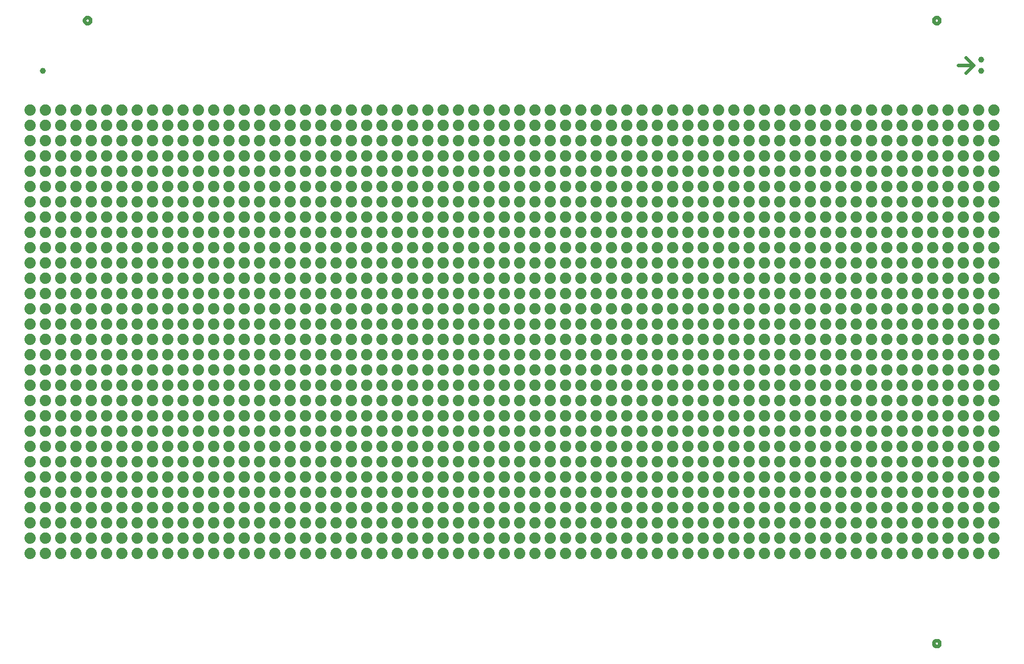
<source format=gtl>
G75*
%MOIN*%
%OFA0B0*%
%FSLAX25Y25*%
%IPPOS*%
%LPD*%
%AMOC8*
5,1,8,0,0,1.08239X$1,22.5*
%
%ADD10C,0.02400*%
%ADD11C,0.03937*%
%ADD12C,0.07400*%
D10*
X0610914Y0008690D02*
X0610916Y0008778D01*
X0610922Y0008866D01*
X0610932Y0008954D01*
X0610946Y0009042D01*
X0610963Y0009128D01*
X0610985Y0009214D01*
X0611010Y0009298D01*
X0611040Y0009382D01*
X0611072Y0009464D01*
X0611109Y0009544D01*
X0611149Y0009623D01*
X0611193Y0009700D01*
X0611240Y0009775D01*
X0611290Y0009847D01*
X0611344Y0009918D01*
X0611400Y0009985D01*
X0611460Y0010051D01*
X0611522Y0010113D01*
X0611588Y0010173D01*
X0611655Y0010229D01*
X0611726Y0010283D01*
X0611798Y0010333D01*
X0611873Y0010380D01*
X0611950Y0010424D01*
X0612029Y0010464D01*
X0612109Y0010501D01*
X0612191Y0010533D01*
X0612275Y0010563D01*
X0612359Y0010588D01*
X0612445Y0010610D01*
X0612531Y0010627D01*
X0612619Y0010641D01*
X0612707Y0010651D01*
X0612795Y0010657D01*
X0612883Y0010659D01*
X0612971Y0010657D01*
X0613059Y0010651D01*
X0613147Y0010641D01*
X0613235Y0010627D01*
X0613321Y0010610D01*
X0613407Y0010588D01*
X0613491Y0010563D01*
X0613575Y0010533D01*
X0613657Y0010501D01*
X0613737Y0010464D01*
X0613816Y0010424D01*
X0613893Y0010380D01*
X0613968Y0010333D01*
X0614040Y0010283D01*
X0614111Y0010229D01*
X0614178Y0010173D01*
X0614244Y0010113D01*
X0614306Y0010051D01*
X0614366Y0009985D01*
X0614422Y0009918D01*
X0614476Y0009847D01*
X0614526Y0009775D01*
X0614573Y0009700D01*
X0614617Y0009623D01*
X0614657Y0009544D01*
X0614694Y0009464D01*
X0614726Y0009382D01*
X0614756Y0009298D01*
X0614781Y0009214D01*
X0614803Y0009128D01*
X0614820Y0009042D01*
X0614834Y0008954D01*
X0614844Y0008866D01*
X0614850Y0008778D01*
X0614852Y0008690D01*
X0614850Y0008602D01*
X0614844Y0008514D01*
X0614834Y0008426D01*
X0614820Y0008338D01*
X0614803Y0008252D01*
X0614781Y0008166D01*
X0614756Y0008082D01*
X0614726Y0007998D01*
X0614694Y0007916D01*
X0614657Y0007836D01*
X0614617Y0007757D01*
X0614573Y0007680D01*
X0614526Y0007605D01*
X0614476Y0007533D01*
X0614422Y0007462D01*
X0614366Y0007395D01*
X0614306Y0007329D01*
X0614244Y0007267D01*
X0614178Y0007207D01*
X0614111Y0007151D01*
X0614040Y0007097D01*
X0613968Y0007047D01*
X0613893Y0007000D01*
X0613816Y0006956D01*
X0613737Y0006916D01*
X0613657Y0006879D01*
X0613575Y0006847D01*
X0613491Y0006817D01*
X0613407Y0006792D01*
X0613321Y0006770D01*
X0613235Y0006753D01*
X0613147Y0006739D01*
X0613059Y0006729D01*
X0612971Y0006723D01*
X0612883Y0006721D01*
X0612795Y0006723D01*
X0612707Y0006729D01*
X0612619Y0006739D01*
X0612531Y0006753D01*
X0612445Y0006770D01*
X0612359Y0006792D01*
X0612275Y0006817D01*
X0612191Y0006847D01*
X0612109Y0006879D01*
X0612029Y0006916D01*
X0611950Y0006956D01*
X0611873Y0007000D01*
X0611798Y0007047D01*
X0611726Y0007097D01*
X0611655Y0007151D01*
X0611588Y0007207D01*
X0611522Y0007267D01*
X0611460Y0007329D01*
X0611400Y0007395D01*
X0611344Y0007462D01*
X0611290Y0007533D01*
X0611240Y0007605D01*
X0611193Y0007680D01*
X0611149Y0007757D01*
X0611109Y0007836D01*
X0611072Y0007916D01*
X0611040Y0007998D01*
X0611010Y0008082D01*
X0610985Y0008166D01*
X0610963Y0008252D01*
X0610946Y0008338D01*
X0610932Y0008426D01*
X0610922Y0008514D01*
X0610916Y0008602D01*
X0610914Y0008690D01*
X0631899Y0381869D02*
X0636899Y0386869D01*
X0631899Y0391869D01*
X0626899Y0386869D02*
X0636899Y0386869D01*
X0610914Y0416170D02*
X0610916Y0416258D01*
X0610922Y0416346D01*
X0610932Y0416434D01*
X0610946Y0416522D01*
X0610963Y0416608D01*
X0610985Y0416694D01*
X0611010Y0416778D01*
X0611040Y0416862D01*
X0611072Y0416944D01*
X0611109Y0417024D01*
X0611149Y0417103D01*
X0611193Y0417180D01*
X0611240Y0417255D01*
X0611290Y0417327D01*
X0611344Y0417398D01*
X0611400Y0417465D01*
X0611460Y0417531D01*
X0611522Y0417593D01*
X0611588Y0417653D01*
X0611655Y0417709D01*
X0611726Y0417763D01*
X0611798Y0417813D01*
X0611873Y0417860D01*
X0611950Y0417904D01*
X0612029Y0417944D01*
X0612109Y0417981D01*
X0612191Y0418013D01*
X0612275Y0418043D01*
X0612359Y0418068D01*
X0612445Y0418090D01*
X0612531Y0418107D01*
X0612619Y0418121D01*
X0612707Y0418131D01*
X0612795Y0418137D01*
X0612883Y0418139D01*
X0612971Y0418137D01*
X0613059Y0418131D01*
X0613147Y0418121D01*
X0613235Y0418107D01*
X0613321Y0418090D01*
X0613407Y0418068D01*
X0613491Y0418043D01*
X0613575Y0418013D01*
X0613657Y0417981D01*
X0613737Y0417944D01*
X0613816Y0417904D01*
X0613893Y0417860D01*
X0613968Y0417813D01*
X0614040Y0417763D01*
X0614111Y0417709D01*
X0614178Y0417653D01*
X0614244Y0417593D01*
X0614306Y0417531D01*
X0614366Y0417465D01*
X0614422Y0417398D01*
X0614476Y0417327D01*
X0614526Y0417255D01*
X0614573Y0417180D01*
X0614617Y0417103D01*
X0614657Y0417024D01*
X0614694Y0416944D01*
X0614726Y0416862D01*
X0614756Y0416778D01*
X0614781Y0416694D01*
X0614803Y0416608D01*
X0614820Y0416522D01*
X0614834Y0416434D01*
X0614844Y0416346D01*
X0614850Y0416258D01*
X0614852Y0416170D01*
X0614850Y0416082D01*
X0614844Y0415994D01*
X0614834Y0415906D01*
X0614820Y0415818D01*
X0614803Y0415732D01*
X0614781Y0415646D01*
X0614756Y0415562D01*
X0614726Y0415478D01*
X0614694Y0415396D01*
X0614657Y0415316D01*
X0614617Y0415237D01*
X0614573Y0415160D01*
X0614526Y0415085D01*
X0614476Y0415013D01*
X0614422Y0414942D01*
X0614366Y0414875D01*
X0614306Y0414809D01*
X0614244Y0414747D01*
X0614178Y0414687D01*
X0614111Y0414631D01*
X0614040Y0414577D01*
X0613968Y0414527D01*
X0613893Y0414480D01*
X0613816Y0414436D01*
X0613737Y0414396D01*
X0613657Y0414359D01*
X0613575Y0414327D01*
X0613491Y0414297D01*
X0613407Y0414272D01*
X0613321Y0414250D01*
X0613235Y0414233D01*
X0613147Y0414219D01*
X0613059Y0414209D01*
X0612971Y0414203D01*
X0612883Y0414201D01*
X0612795Y0414203D01*
X0612707Y0414209D01*
X0612619Y0414219D01*
X0612531Y0414233D01*
X0612445Y0414250D01*
X0612359Y0414272D01*
X0612275Y0414297D01*
X0612191Y0414327D01*
X0612109Y0414359D01*
X0612029Y0414396D01*
X0611950Y0414436D01*
X0611873Y0414480D01*
X0611798Y0414527D01*
X0611726Y0414577D01*
X0611655Y0414631D01*
X0611588Y0414687D01*
X0611522Y0414747D01*
X0611460Y0414809D01*
X0611400Y0414875D01*
X0611344Y0414942D01*
X0611290Y0415013D01*
X0611240Y0415085D01*
X0611193Y0415160D01*
X0611149Y0415237D01*
X0611109Y0415316D01*
X0611072Y0415396D01*
X0611040Y0415478D01*
X0611010Y0415562D01*
X0610985Y0415646D01*
X0610963Y0415732D01*
X0610946Y0415818D01*
X0610932Y0415906D01*
X0610922Y0415994D01*
X0610916Y0416082D01*
X0610914Y0416170D01*
X0055796Y0416170D02*
X0055798Y0416258D01*
X0055804Y0416346D01*
X0055814Y0416434D01*
X0055828Y0416522D01*
X0055845Y0416608D01*
X0055867Y0416694D01*
X0055892Y0416778D01*
X0055922Y0416862D01*
X0055954Y0416944D01*
X0055991Y0417024D01*
X0056031Y0417103D01*
X0056075Y0417180D01*
X0056122Y0417255D01*
X0056172Y0417327D01*
X0056226Y0417398D01*
X0056282Y0417465D01*
X0056342Y0417531D01*
X0056404Y0417593D01*
X0056470Y0417653D01*
X0056537Y0417709D01*
X0056608Y0417763D01*
X0056680Y0417813D01*
X0056755Y0417860D01*
X0056832Y0417904D01*
X0056911Y0417944D01*
X0056991Y0417981D01*
X0057073Y0418013D01*
X0057157Y0418043D01*
X0057241Y0418068D01*
X0057327Y0418090D01*
X0057413Y0418107D01*
X0057501Y0418121D01*
X0057589Y0418131D01*
X0057677Y0418137D01*
X0057765Y0418139D01*
X0057853Y0418137D01*
X0057941Y0418131D01*
X0058029Y0418121D01*
X0058117Y0418107D01*
X0058203Y0418090D01*
X0058289Y0418068D01*
X0058373Y0418043D01*
X0058457Y0418013D01*
X0058539Y0417981D01*
X0058619Y0417944D01*
X0058698Y0417904D01*
X0058775Y0417860D01*
X0058850Y0417813D01*
X0058922Y0417763D01*
X0058993Y0417709D01*
X0059060Y0417653D01*
X0059126Y0417593D01*
X0059188Y0417531D01*
X0059248Y0417465D01*
X0059304Y0417398D01*
X0059358Y0417327D01*
X0059408Y0417255D01*
X0059455Y0417180D01*
X0059499Y0417103D01*
X0059539Y0417024D01*
X0059576Y0416944D01*
X0059608Y0416862D01*
X0059638Y0416778D01*
X0059663Y0416694D01*
X0059685Y0416608D01*
X0059702Y0416522D01*
X0059716Y0416434D01*
X0059726Y0416346D01*
X0059732Y0416258D01*
X0059734Y0416170D01*
X0059732Y0416082D01*
X0059726Y0415994D01*
X0059716Y0415906D01*
X0059702Y0415818D01*
X0059685Y0415732D01*
X0059663Y0415646D01*
X0059638Y0415562D01*
X0059608Y0415478D01*
X0059576Y0415396D01*
X0059539Y0415316D01*
X0059499Y0415237D01*
X0059455Y0415160D01*
X0059408Y0415085D01*
X0059358Y0415013D01*
X0059304Y0414942D01*
X0059248Y0414875D01*
X0059188Y0414809D01*
X0059126Y0414747D01*
X0059060Y0414687D01*
X0058993Y0414631D01*
X0058922Y0414577D01*
X0058850Y0414527D01*
X0058775Y0414480D01*
X0058698Y0414436D01*
X0058619Y0414396D01*
X0058539Y0414359D01*
X0058457Y0414327D01*
X0058373Y0414297D01*
X0058289Y0414272D01*
X0058203Y0414250D01*
X0058117Y0414233D01*
X0058029Y0414219D01*
X0057941Y0414209D01*
X0057853Y0414203D01*
X0057765Y0414201D01*
X0057677Y0414203D01*
X0057589Y0414209D01*
X0057501Y0414219D01*
X0057413Y0414233D01*
X0057327Y0414250D01*
X0057241Y0414272D01*
X0057157Y0414297D01*
X0057073Y0414327D01*
X0056991Y0414359D01*
X0056911Y0414396D01*
X0056832Y0414436D01*
X0056755Y0414480D01*
X0056680Y0414527D01*
X0056608Y0414577D01*
X0056537Y0414631D01*
X0056470Y0414687D01*
X0056404Y0414747D01*
X0056342Y0414809D01*
X0056282Y0414875D01*
X0056226Y0414942D01*
X0056172Y0415013D01*
X0056122Y0415085D01*
X0056075Y0415160D01*
X0056031Y0415237D01*
X0055991Y0415316D01*
X0055954Y0415396D01*
X0055922Y0415478D01*
X0055892Y0415562D01*
X0055867Y0415646D01*
X0055845Y0415732D01*
X0055828Y0415818D01*
X0055814Y0415906D01*
X0055804Y0415994D01*
X0055798Y0416082D01*
X0055796Y0416170D01*
D11*
X0028750Y0383119D03*
X0641899Y0383119D03*
X0641899Y0390619D03*
D12*
X0020324Y0067430D03*
X0030324Y0067430D03*
X0040324Y0067430D03*
X0050324Y0067430D03*
X0060324Y0067430D03*
X0070324Y0067430D03*
X0080324Y0067430D03*
X0090324Y0067430D03*
X0100324Y0067430D03*
X0110324Y0067430D03*
X0120324Y0067430D03*
X0130324Y0067430D03*
X0140324Y0067430D03*
X0150324Y0067430D03*
X0160324Y0067430D03*
X0170324Y0067430D03*
X0180324Y0067430D03*
X0190324Y0067430D03*
X0200324Y0067430D03*
X0210324Y0067430D03*
X0220324Y0067430D03*
X0230324Y0067430D03*
X0240324Y0067430D03*
X0250324Y0067430D03*
X0260324Y0067430D03*
X0270324Y0067430D03*
X0280324Y0067430D03*
X0290324Y0067430D03*
X0300324Y0067430D03*
X0310324Y0067430D03*
X0320324Y0067430D03*
X0330324Y0067430D03*
X0340324Y0067430D03*
X0350324Y0067430D03*
X0360324Y0067430D03*
X0370324Y0067430D03*
X0380324Y0067430D03*
X0390324Y0067430D03*
X0400324Y0067430D03*
X0410324Y0067430D03*
X0420324Y0067430D03*
X0430324Y0067430D03*
X0440324Y0067430D03*
X0450324Y0067430D03*
X0460324Y0067430D03*
X0470324Y0067430D03*
X0480324Y0067430D03*
X0490324Y0067430D03*
X0500324Y0067430D03*
X0510324Y0067430D03*
X0520324Y0067430D03*
X0530324Y0067430D03*
X0540324Y0067430D03*
X0550324Y0067430D03*
X0560324Y0067430D03*
X0570324Y0067430D03*
X0580324Y0067430D03*
X0590324Y0067430D03*
X0600324Y0067430D03*
X0610324Y0067430D03*
X0620324Y0067430D03*
X0630324Y0067430D03*
X0640324Y0067430D03*
X0650324Y0067430D03*
X0650324Y0077430D03*
X0640324Y0077430D03*
X0630324Y0077430D03*
X0620324Y0077430D03*
X0610324Y0077430D03*
X0600324Y0077430D03*
X0590324Y0077430D03*
X0580324Y0077430D03*
X0570324Y0077430D03*
X0560324Y0077430D03*
X0550324Y0077430D03*
X0540324Y0077430D03*
X0530324Y0077430D03*
X0520324Y0077430D03*
X0510324Y0077430D03*
X0500324Y0077430D03*
X0490324Y0077430D03*
X0480324Y0077430D03*
X0470324Y0077430D03*
X0460324Y0077430D03*
X0450324Y0077430D03*
X0440324Y0077430D03*
X0430324Y0077430D03*
X0420324Y0077430D03*
X0410324Y0077430D03*
X0400324Y0077430D03*
X0390324Y0077430D03*
X0380324Y0077430D03*
X0370324Y0077430D03*
X0360324Y0077430D03*
X0350324Y0077430D03*
X0340324Y0077430D03*
X0330324Y0077430D03*
X0320324Y0077430D03*
X0310324Y0077430D03*
X0300324Y0077430D03*
X0290324Y0077430D03*
X0280324Y0077430D03*
X0270324Y0077430D03*
X0260324Y0077430D03*
X0250324Y0077430D03*
X0240324Y0077430D03*
X0230324Y0077430D03*
X0220324Y0077430D03*
X0210324Y0077430D03*
X0200324Y0077430D03*
X0190324Y0077430D03*
X0180324Y0077430D03*
X0170324Y0077430D03*
X0160324Y0077430D03*
X0150324Y0077430D03*
X0140324Y0077430D03*
X0130324Y0077430D03*
X0120324Y0077430D03*
X0110324Y0077430D03*
X0100324Y0077430D03*
X0090324Y0077430D03*
X0080324Y0077430D03*
X0070324Y0077430D03*
X0060324Y0077430D03*
X0050324Y0077430D03*
X0040324Y0077430D03*
X0030324Y0077430D03*
X0020324Y0077430D03*
X0020324Y0087430D03*
X0030324Y0087430D03*
X0030324Y0097430D03*
X0020324Y0097430D03*
X0020324Y0107430D03*
X0030324Y0107430D03*
X0030324Y0117430D03*
X0020324Y0117430D03*
X0020324Y0127430D03*
X0030324Y0127430D03*
X0040324Y0127430D03*
X0050324Y0127430D03*
X0050324Y0117430D03*
X0040324Y0117430D03*
X0040324Y0107430D03*
X0050324Y0107430D03*
X0060324Y0107430D03*
X0070324Y0107430D03*
X0080324Y0107430D03*
X0080324Y0117430D03*
X0070324Y0117430D03*
X0060324Y0117430D03*
X0060324Y0127430D03*
X0070324Y0127430D03*
X0080324Y0127430D03*
X0090324Y0127430D03*
X0100324Y0127430D03*
X0100324Y0117430D03*
X0090324Y0117430D03*
X0090324Y0107430D03*
X0100324Y0107430D03*
X0110324Y0107430D03*
X0120324Y0107430D03*
X0120324Y0117430D03*
X0110324Y0117430D03*
X0110324Y0127430D03*
X0120324Y0127430D03*
X0130324Y0127430D03*
X0140324Y0127430D03*
X0140324Y0117430D03*
X0130324Y0117430D03*
X0130324Y0107430D03*
X0140324Y0107430D03*
X0150324Y0107430D03*
X0160324Y0107430D03*
X0160324Y0117430D03*
X0150324Y0117430D03*
X0150324Y0127430D03*
X0160324Y0127430D03*
X0170324Y0127430D03*
X0180324Y0127430D03*
X0180324Y0117430D03*
X0170324Y0117430D03*
X0170324Y0107430D03*
X0180324Y0107430D03*
X0190324Y0107430D03*
X0200324Y0107430D03*
X0200324Y0117430D03*
X0190324Y0117430D03*
X0190324Y0127430D03*
X0200324Y0127430D03*
X0210324Y0127430D03*
X0220324Y0127430D03*
X0220324Y0117430D03*
X0210324Y0117430D03*
X0210324Y0107430D03*
X0220324Y0107430D03*
X0230324Y0107430D03*
X0240324Y0107430D03*
X0240324Y0117430D03*
X0230324Y0117430D03*
X0230324Y0127430D03*
X0240324Y0127430D03*
X0250324Y0127430D03*
X0260324Y0127430D03*
X0260324Y0117430D03*
X0250324Y0117430D03*
X0250324Y0107430D03*
X0260324Y0107430D03*
X0270324Y0107430D03*
X0280324Y0107430D03*
X0280324Y0117430D03*
X0270324Y0117430D03*
X0270324Y0127430D03*
X0280324Y0127430D03*
X0290324Y0127430D03*
X0300324Y0127430D03*
X0300324Y0117430D03*
X0290324Y0117430D03*
X0290324Y0107430D03*
X0300324Y0107430D03*
X0310324Y0107430D03*
X0320324Y0107430D03*
X0320324Y0117430D03*
X0310324Y0117430D03*
X0310324Y0127430D03*
X0320324Y0127430D03*
X0330324Y0127430D03*
X0340324Y0127430D03*
X0340324Y0117430D03*
X0330324Y0117430D03*
X0330324Y0107430D03*
X0340324Y0107430D03*
X0350324Y0107430D03*
X0360324Y0107430D03*
X0360324Y0117430D03*
X0350324Y0117430D03*
X0350324Y0127430D03*
X0360324Y0127430D03*
X0370324Y0127430D03*
X0380324Y0127430D03*
X0380324Y0117430D03*
X0370324Y0117430D03*
X0370324Y0107430D03*
X0380324Y0107430D03*
X0390324Y0107430D03*
X0400324Y0107430D03*
X0400324Y0117430D03*
X0390324Y0117430D03*
X0390324Y0127430D03*
X0400324Y0127430D03*
X0410324Y0127430D03*
X0420324Y0127430D03*
X0420324Y0117430D03*
X0410324Y0117430D03*
X0410324Y0107430D03*
X0420324Y0107430D03*
X0430324Y0107430D03*
X0440324Y0107430D03*
X0440324Y0117430D03*
X0430324Y0117430D03*
X0430324Y0127430D03*
X0440324Y0127430D03*
X0450324Y0127430D03*
X0460324Y0127430D03*
X0460324Y0117430D03*
X0450324Y0117430D03*
X0450324Y0107430D03*
X0460324Y0107430D03*
X0470324Y0107430D03*
X0480324Y0107430D03*
X0480324Y0117430D03*
X0470324Y0117430D03*
X0470324Y0127430D03*
X0480324Y0127430D03*
X0490324Y0127430D03*
X0500324Y0127430D03*
X0500324Y0117430D03*
X0490324Y0117430D03*
X0490324Y0107430D03*
X0500324Y0107430D03*
X0510324Y0107430D03*
X0520324Y0107430D03*
X0520324Y0117430D03*
X0510324Y0117430D03*
X0510324Y0127430D03*
X0520324Y0127430D03*
X0530324Y0127430D03*
X0540324Y0127430D03*
X0540324Y0117430D03*
X0530324Y0117430D03*
X0530324Y0107430D03*
X0540324Y0107430D03*
X0550324Y0107430D03*
X0560324Y0107430D03*
X0560324Y0117430D03*
X0550324Y0117430D03*
X0550324Y0127430D03*
X0560324Y0127430D03*
X0570324Y0127430D03*
X0580324Y0127430D03*
X0580324Y0117430D03*
X0570324Y0117430D03*
X0570324Y0107430D03*
X0580324Y0107430D03*
X0590324Y0107430D03*
X0600324Y0107430D03*
X0600324Y0117430D03*
X0590324Y0117430D03*
X0590324Y0127430D03*
X0600324Y0127430D03*
X0610324Y0127430D03*
X0620324Y0127430D03*
X0620324Y0117430D03*
X0610324Y0117430D03*
X0610324Y0107430D03*
X0620324Y0107430D03*
X0630324Y0107430D03*
X0640324Y0107430D03*
X0640324Y0117430D03*
X0630324Y0117430D03*
X0630324Y0127430D03*
X0640324Y0127430D03*
X0650324Y0127430D03*
X0650324Y0117430D03*
X0650324Y0107430D03*
X0650324Y0097430D03*
X0640324Y0097430D03*
X0630324Y0097430D03*
X0620324Y0097430D03*
X0610324Y0097430D03*
X0600324Y0097430D03*
X0590324Y0097430D03*
X0580324Y0097430D03*
X0570324Y0097430D03*
X0560324Y0097430D03*
X0550324Y0097430D03*
X0540324Y0097430D03*
X0530324Y0097430D03*
X0520324Y0097430D03*
X0510324Y0097430D03*
X0500324Y0097430D03*
X0490324Y0097430D03*
X0480324Y0097430D03*
X0470324Y0097430D03*
X0460324Y0097430D03*
X0450324Y0097430D03*
X0440324Y0097430D03*
X0430324Y0097430D03*
X0420324Y0097430D03*
X0410324Y0097430D03*
X0400324Y0097430D03*
X0390324Y0097430D03*
X0380324Y0097430D03*
X0370324Y0097430D03*
X0360324Y0097430D03*
X0350324Y0097430D03*
X0340324Y0097430D03*
X0330324Y0097430D03*
X0320324Y0097430D03*
X0310324Y0097430D03*
X0300324Y0097430D03*
X0290324Y0097430D03*
X0280324Y0097430D03*
X0270324Y0097430D03*
X0260324Y0097430D03*
X0250324Y0097430D03*
X0240324Y0097430D03*
X0230324Y0097430D03*
X0220324Y0097430D03*
X0210324Y0097430D03*
X0200324Y0097430D03*
X0190324Y0097430D03*
X0180324Y0097430D03*
X0170324Y0097430D03*
X0160324Y0097430D03*
X0150324Y0097430D03*
X0140324Y0097430D03*
X0130324Y0097430D03*
X0120324Y0097430D03*
X0110324Y0097430D03*
X0100324Y0097430D03*
X0090324Y0097430D03*
X0080324Y0097430D03*
X0070324Y0097430D03*
X0060324Y0097430D03*
X0050324Y0097430D03*
X0040324Y0097430D03*
X0040324Y0087430D03*
X0050324Y0087430D03*
X0060324Y0087430D03*
X0070324Y0087430D03*
X0080324Y0087430D03*
X0090324Y0087430D03*
X0100324Y0087430D03*
X0110324Y0087430D03*
X0120324Y0087430D03*
X0130324Y0087430D03*
X0140324Y0087430D03*
X0150324Y0087430D03*
X0160324Y0087430D03*
X0170324Y0087430D03*
X0180324Y0087430D03*
X0190324Y0087430D03*
X0200324Y0087430D03*
X0210324Y0087430D03*
X0220324Y0087430D03*
X0230324Y0087430D03*
X0240324Y0087430D03*
X0250324Y0087430D03*
X0260324Y0087430D03*
X0270324Y0087430D03*
X0280324Y0087430D03*
X0290324Y0087430D03*
X0300324Y0087430D03*
X0310324Y0087430D03*
X0320324Y0087430D03*
X0330324Y0087430D03*
X0340324Y0087430D03*
X0350324Y0087430D03*
X0360324Y0087430D03*
X0370324Y0087430D03*
X0380324Y0087430D03*
X0390324Y0087430D03*
X0400324Y0087430D03*
X0410324Y0087430D03*
X0420324Y0087430D03*
X0430324Y0087430D03*
X0440324Y0087430D03*
X0450324Y0087430D03*
X0460324Y0087430D03*
X0470324Y0087430D03*
X0480324Y0087430D03*
X0490324Y0087430D03*
X0500324Y0087430D03*
X0510324Y0087430D03*
X0520324Y0087430D03*
X0530324Y0087430D03*
X0540324Y0087430D03*
X0550324Y0087430D03*
X0560324Y0087430D03*
X0570324Y0087430D03*
X0580324Y0087430D03*
X0590324Y0087430D03*
X0600324Y0087430D03*
X0610324Y0087430D03*
X0620324Y0087430D03*
X0630324Y0087430D03*
X0640324Y0087430D03*
X0650324Y0087430D03*
X0650324Y0137430D03*
X0640324Y0137430D03*
X0630324Y0137430D03*
X0620324Y0137430D03*
X0610324Y0137430D03*
X0600324Y0137430D03*
X0590324Y0137430D03*
X0580324Y0137430D03*
X0570324Y0137430D03*
X0560324Y0137430D03*
X0550324Y0137430D03*
X0540324Y0137430D03*
X0530324Y0137430D03*
X0520324Y0137430D03*
X0510324Y0137430D03*
X0500324Y0137430D03*
X0490324Y0137430D03*
X0480324Y0137430D03*
X0470324Y0137430D03*
X0460324Y0137430D03*
X0450324Y0137430D03*
X0440324Y0137430D03*
X0430324Y0137430D03*
X0420324Y0137430D03*
X0410324Y0137430D03*
X0400324Y0137430D03*
X0390324Y0137430D03*
X0380324Y0137430D03*
X0370324Y0137430D03*
X0360324Y0137430D03*
X0350324Y0137430D03*
X0340324Y0137430D03*
X0330324Y0137430D03*
X0320324Y0137430D03*
X0310324Y0137430D03*
X0300324Y0137430D03*
X0290324Y0137430D03*
X0280324Y0137430D03*
X0270324Y0137430D03*
X0260324Y0137430D03*
X0250324Y0137430D03*
X0240324Y0137430D03*
X0230324Y0137430D03*
X0220324Y0137430D03*
X0210324Y0137430D03*
X0200324Y0137430D03*
X0190324Y0137430D03*
X0180324Y0137430D03*
X0170324Y0137430D03*
X0160324Y0137430D03*
X0150324Y0137430D03*
X0140324Y0137430D03*
X0130324Y0137430D03*
X0120324Y0137430D03*
X0110324Y0137430D03*
X0100324Y0137430D03*
X0090324Y0137430D03*
X0080324Y0137430D03*
X0070324Y0137430D03*
X0060324Y0137430D03*
X0050324Y0137430D03*
X0040324Y0137430D03*
X0030324Y0137430D03*
X0020324Y0137430D03*
X0020324Y0147430D03*
X0030324Y0147430D03*
X0040324Y0147430D03*
X0050324Y0147430D03*
X0060324Y0147430D03*
X0070324Y0147430D03*
X0080324Y0147430D03*
X0090324Y0147430D03*
X0100324Y0147430D03*
X0110324Y0147430D03*
X0120324Y0147430D03*
X0130324Y0147430D03*
X0140324Y0147430D03*
X0150324Y0147430D03*
X0160324Y0147430D03*
X0170324Y0147430D03*
X0180324Y0147430D03*
X0190324Y0147430D03*
X0200324Y0147430D03*
X0210324Y0147430D03*
X0220324Y0147430D03*
X0230324Y0147430D03*
X0240324Y0147430D03*
X0250324Y0147430D03*
X0260324Y0147430D03*
X0270324Y0147430D03*
X0280324Y0147430D03*
X0290324Y0147430D03*
X0300324Y0147430D03*
X0310324Y0147430D03*
X0320324Y0147430D03*
X0330324Y0147430D03*
X0340324Y0147430D03*
X0350324Y0147430D03*
X0360324Y0147430D03*
X0370324Y0147430D03*
X0380324Y0147430D03*
X0390324Y0147430D03*
X0400324Y0147430D03*
X0410324Y0147430D03*
X0420324Y0147430D03*
X0430324Y0147430D03*
X0440324Y0147430D03*
X0450324Y0147430D03*
X0460324Y0147430D03*
X0470324Y0147430D03*
X0480324Y0147430D03*
X0490324Y0147430D03*
X0500324Y0147430D03*
X0510324Y0147430D03*
X0520324Y0147430D03*
X0530324Y0147430D03*
X0540324Y0147430D03*
X0550324Y0147430D03*
X0560324Y0147430D03*
X0570324Y0147430D03*
X0580324Y0147430D03*
X0590324Y0147430D03*
X0600324Y0147430D03*
X0610324Y0147430D03*
X0620324Y0147430D03*
X0630324Y0147430D03*
X0640324Y0147430D03*
X0650324Y0147430D03*
X0650324Y0157430D03*
X0640324Y0157430D03*
X0630324Y0157430D03*
X0620324Y0157430D03*
X0610324Y0157430D03*
X0600324Y0157430D03*
X0590324Y0157430D03*
X0580324Y0157430D03*
X0570324Y0157430D03*
X0560324Y0157430D03*
X0550324Y0157430D03*
X0540324Y0157430D03*
X0530324Y0157430D03*
X0520324Y0157430D03*
X0510324Y0157430D03*
X0500324Y0157430D03*
X0490324Y0157430D03*
X0480324Y0157430D03*
X0470324Y0157430D03*
X0460324Y0157430D03*
X0450324Y0157430D03*
X0440324Y0157430D03*
X0430324Y0157430D03*
X0420324Y0157430D03*
X0410324Y0157430D03*
X0400324Y0157430D03*
X0390324Y0157430D03*
X0380324Y0157430D03*
X0370324Y0157430D03*
X0360324Y0157430D03*
X0350324Y0157430D03*
X0340324Y0157430D03*
X0330324Y0157430D03*
X0320324Y0157430D03*
X0310324Y0157430D03*
X0300324Y0157430D03*
X0290324Y0157430D03*
X0280324Y0157430D03*
X0270324Y0157430D03*
X0260324Y0157430D03*
X0250324Y0157430D03*
X0240324Y0157430D03*
X0230324Y0157430D03*
X0220324Y0157430D03*
X0210324Y0157430D03*
X0200324Y0157430D03*
X0190324Y0157430D03*
X0180324Y0157430D03*
X0170324Y0157430D03*
X0160324Y0157430D03*
X0150324Y0157430D03*
X0140324Y0157430D03*
X0130324Y0157430D03*
X0120324Y0157430D03*
X0110324Y0157430D03*
X0100324Y0157430D03*
X0090324Y0157430D03*
X0080324Y0157430D03*
X0070324Y0157430D03*
X0060324Y0157430D03*
X0050324Y0157430D03*
X0040324Y0157430D03*
X0030324Y0157430D03*
X0020324Y0157430D03*
X0020324Y0167430D03*
X0030324Y0167430D03*
X0030324Y0177430D03*
X0020324Y0177430D03*
X0020324Y0187430D03*
X0030324Y0187430D03*
X0030324Y0197430D03*
X0020324Y0197430D03*
X0020324Y0207430D03*
X0030324Y0207430D03*
X0040324Y0207430D03*
X0050324Y0207430D03*
X0050324Y0197430D03*
X0040324Y0197430D03*
X0040324Y0187430D03*
X0050324Y0187430D03*
X0060324Y0187430D03*
X0070324Y0187430D03*
X0080324Y0187430D03*
X0080324Y0197430D03*
X0070324Y0197430D03*
X0060324Y0197430D03*
X0060324Y0207430D03*
X0070324Y0207430D03*
X0080324Y0207430D03*
X0090324Y0207430D03*
X0100324Y0207430D03*
X0100324Y0197430D03*
X0090324Y0197430D03*
X0090324Y0187430D03*
X0100324Y0187430D03*
X0110324Y0187430D03*
X0120324Y0187430D03*
X0120324Y0197430D03*
X0110324Y0197430D03*
X0110324Y0207430D03*
X0120324Y0207430D03*
X0130324Y0207430D03*
X0140324Y0207430D03*
X0140324Y0197430D03*
X0130324Y0197430D03*
X0130324Y0187430D03*
X0140324Y0187430D03*
X0150324Y0187430D03*
X0160324Y0187430D03*
X0160324Y0197430D03*
X0150324Y0197430D03*
X0150324Y0207430D03*
X0160324Y0207430D03*
X0170324Y0207430D03*
X0180324Y0207430D03*
X0180324Y0197430D03*
X0170324Y0197430D03*
X0170324Y0187430D03*
X0180324Y0187430D03*
X0190324Y0187430D03*
X0200324Y0187430D03*
X0200324Y0197430D03*
X0190324Y0197430D03*
X0190324Y0207430D03*
X0200324Y0207430D03*
X0210324Y0207430D03*
X0220324Y0207430D03*
X0220324Y0197430D03*
X0210324Y0197430D03*
X0210324Y0187430D03*
X0220324Y0187430D03*
X0230324Y0187430D03*
X0240324Y0187430D03*
X0240324Y0197430D03*
X0230324Y0197430D03*
X0230324Y0207430D03*
X0240324Y0207430D03*
X0250324Y0207430D03*
X0260324Y0207430D03*
X0260324Y0197430D03*
X0250324Y0197430D03*
X0250324Y0187430D03*
X0260324Y0187430D03*
X0270324Y0187430D03*
X0280324Y0187430D03*
X0280324Y0197430D03*
X0270324Y0197430D03*
X0270324Y0207430D03*
X0280324Y0207430D03*
X0290324Y0207430D03*
X0300324Y0207430D03*
X0300324Y0197430D03*
X0290324Y0197430D03*
X0290324Y0187430D03*
X0300324Y0187430D03*
X0310324Y0187430D03*
X0320324Y0187430D03*
X0320324Y0197430D03*
X0310324Y0197430D03*
X0310324Y0207430D03*
X0320324Y0207430D03*
X0330324Y0207430D03*
X0340324Y0207430D03*
X0340324Y0197430D03*
X0330324Y0197430D03*
X0330324Y0187430D03*
X0340324Y0187430D03*
X0350324Y0187430D03*
X0360324Y0187430D03*
X0360324Y0197430D03*
X0350324Y0197430D03*
X0350324Y0207430D03*
X0360324Y0207430D03*
X0370324Y0207430D03*
X0380324Y0207430D03*
X0380324Y0197430D03*
X0370324Y0197430D03*
X0370324Y0187430D03*
X0380324Y0187430D03*
X0390324Y0187430D03*
X0400324Y0187430D03*
X0400324Y0197430D03*
X0390324Y0197430D03*
X0390324Y0207430D03*
X0400324Y0207430D03*
X0410324Y0207430D03*
X0420324Y0207430D03*
X0420324Y0197430D03*
X0410324Y0197430D03*
X0410324Y0187430D03*
X0420324Y0187430D03*
X0430324Y0187430D03*
X0440324Y0187430D03*
X0440324Y0197430D03*
X0430324Y0197430D03*
X0430324Y0207430D03*
X0440324Y0207430D03*
X0450324Y0207430D03*
X0460324Y0207430D03*
X0460324Y0197430D03*
X0450324Y0197430D03*
X0450324Y0187430D03*
X0460324Y0187430D03*
X0470324Y0187430D03*
X0480324Y0187430D03*
X0480324Y0197430D03*
X0470324Y0197430D03*
X0470324Y0207430D03*
X0480324Y0207430D03*
X0490324Y0207430D03*
X0500324Y0207430D03*
X0500324Y0197430D03*
X0490324Y0197430D03*
X0490324Y0187430D03*
X0500324Y0187430D03*
X0510324Y0187430D03*
X0520324Y0187430D03*
X0520324Y0197430D03*
X0510324Y0197430D03*
X0510324Y0207430D03*
X0520324Y0207430D03*
X0530324Y0207430D03*
X0540324Y0207430D03*
X0540324Y0197430D03*
X0530324Y0197430D03*
X0530324Y0187430D03*
X0540324Y0187430D03*
X0550324Y0187430D03*
X0560324Y0187430D03*
X0560324Y0197430D03*
X0550324Y0197430D03*
X0550324Y0207430D03*
X0560324Y0207430D03*
X0570324Y0207430D03*
X0580324Y0207430D03*
X0580324Y0197430D03*
X0570324Y0197430D03*
X0570324Y0187430D03*
X0580324Y0187430D03*
X0590324Y0187430D03*
X0600324Y0187430D03*
X0600324Y0197430D03*
X0590324Y0197430D03*
X0590324Y0207430D03*
X0600324Y0207430D03*
X0610324Y0207430D03*
X0620324Y0207430D03*
X0620324Y0197430D03*
X0610324Y0197430D03*
X0610324Y0187430D03*
X0620324Y0187430D03*
X0630324Y0187430D03*
X0640324Y0187430D03*
X0640324Y0197430D03*
X0630324Y0197430D03*
X0630324Y0207430D03*
X0640324Y0207430D03*
X0650324Y0207430D03*
X0650324Y0197430D03*
X0650324Y0187430D03*
X0650324Y0177430D03*
X0640324Y0177430D03*
X0630324Y0177430D03*
X0620324Y0177430D03*
X0610324Y0177430D03*
X0600324Y0177430D03*
X0590324Y0177430D03*
X0580324Y0177430D03*
X0570324Y0177430D03*
X0560324Y0177430D03*
X0550324Y0177430D03*
X0540324Y0177430D03*
X0530324Y0177430D03*
X0520324Y0177430D03*
X0510324Y0177430D03*
X0500324Y0177430D03*
X0490324Y0177430D03*
X0480324Y0177430D03*
X0470324Y0177430D03*
X0460324Y0177430D03*
X0450324Y0177430D03*
X0440324Y0177430D03*
X0430324Y0177430D03*
X0420324Y0177430D03*
X0410324Y0177430D03*
X0400324Y0177430D03*
X0390324Y0177430D03*
X0380324Y0177430D03*
X0370324Y0177430D03*
X0360324Y0177430D03*
X0350324Y0177430D03*
X0340324Y0177430D03*
X0330324Y0177430D03*
X0320324Y0177430D03*
X0310324Y0177430D03*
X0300324Y0177430D03*
X0290324Y0177430D03*
X0280324Y0177430D03*
X0270324Y0177430D03*
X0260324Y0177430D03*
X0250324Y0177430D03*
X0240324Y0177430D03*
X0230324Y0177430D03*
X0220324Y0177430D03*
X0210324Y0177430D03*
X0200324Y0177430D03*
X0190324Y0177430D03*
X0180324Y0177430D03*
X0170324Y0177430D03*
X0160324Y0177430D03*
X0150324Y0177430D03*
X0140324Y0177430D03*
X0130324Y0177430D03*
X0120324Y0177430D03*
X0110324Y0177430D03*
X0100324Y0177430D03*
X0090324Y0177430D03*
X0080324Y0177430D03*
X0070324Y0177430D03*
X0060324Y0177430D03*
X0050324Y0177430D03*
X0040324Y0177430D03*
X0040324Y0167430D03*
X0050324Y0167430D03*
X0060324Y0167430D03*
X0070324Y0167430D03*
X0080324Y0167430D03*
X0090324Y0167430D03*
X0100324Y0167430D03*
X0110324Y0167430D03*
X0120324Y0167430D03*
X0130324Y0167430D03*
X0140324Y0167430D03*
X0150324Y0167430D03*
X0160324Y0167430D03*
X0170324Y0167430D03*
X0180324Y0167430D03*
X0190324Y0167430D03*
X0200324Y0167430D03*
X0210324Y0167430D03*
X0220324Y0167430D03*
X0230324Y0167430D03*
X0240324Y0167430D03*
X0250324Y0167430D03*
X0260324Y0167430D03*
X0270324Y0167430D03*
X0280324Y0167430D03*
X0290324Y0167430D03*
X0300324Y0167430D03*
X0310324Y0167430D03*
X0320324Y0167430D03*
X0330324Y0167430D03*
X0340324Y0167430D03*
X0350324Y0167430D03*
X0360324Y0167430D03*
X0370324Y0167430D03*
X0380324Y0167430D03*
X0390324Y0167430D03*
X0400324Y0167430D03*
X0410324Y0167430D03*
X0420324Y0167430D03*
X0430324Y0167430D03*
X0440324Y0167430D03*
X0450324Y0167430D03*
X0460324Y0167430D03*
X0470324Y0167430D03*
X0480324Y0167430D03*
X0490324Y0167430D03*
X0500324Y0167430D03*
X0510324Y0167430D03*
X0520324Y0167430D03*
X0530324Y0167430D03*
X0540324Y0167430D03*
X0550324Y0167430D03*
X0560324Y0167430D03*
X0570324Y0167430D03*
X0580324Y0167430D03*
X0590324Y0167430D03*
X0600324Y0167430D03*
X0610324Y0167430D03*
X0620324Y0167430D03*
X0630324Y0167430D03*
X0640324Y0167430D03*
X0650324Y0167430D03*
X0650324Y0217430D03*
X0640324Y0217430D03*
X0630324Y0217430D03*
X0620324Y0217430D03*
X0610324Y0217430D03*
X0600324Y0217430D03*
X0590324Y0217430D03*
X0580324Y0217430D03*
X0570324Y0217430D03*
X0560324Y0217430D03*
X0550324Y0217430D03*
X0540324Y0217430D03*
X0530324Y0217430D03*
X0520324Y0217430D03*
X0510324Y0217430D03*
X0500324Y0217430D03*
X0490324Y0217430D03*
X0480324Y0217430D03*
X0470324Y0217430D03*
X0460324Y0217430D03*
X0450324Y0217430D03*
X0440324Y0217430D03*
X0430324Y0217430D03*
X0420324Y0217430D03*
X0410324Y0217430D03*
X0400324Y0217430D03*
X0390324Y0217430D03*
X0380324Y0217430D03*
X0370324Y0217430D03*
X0360324Y0217430D03*
X0350324Y0217430D03*
X0340324Y0217430D03*
X0330324Y0217430D03*
X0320324Y0217430D03*
X0310324Y0217430D03*
X0300324Y0217430D03*
X0290324Y0217430D03*
X0280324Y0217430D03*
X0270324Y0217430D03*
X0260324Y0217430D03*
X0250324Y0217430D03*
X0240324Y0217430D03*
X0230324Y0217430D03*
X0220324Y0217430D03*
X0210324Y0217430D03*
X0200324Y0217430D03*
X0190324Y0217430D03*
X0180324Y0217430D03*
X0170324Y0217430D03*
X0160324Y0217430D03*
X0150324Y0217430D03*
X0140324Y0217430D03*
X0130324Y0217430D03*
X0120324Y0217430D03*
X0110324Y0217430D03*
X0100324Y0217430D03*
X0090324Y0217430D03*
X0080324Y0217430D03*
X0070324Y0217430D03*
X0060324Y0217430D03*
X0050324Y0217430D03*
X0040324Y0217430D03*
X0030324Y0217430D03*
X0020324Y0217430D03*
X0020324Y0227430D03*
X0030324Y0227430D03*
X0030324Y0237430D03*
X0020324Y0237430D03*
X0020324Y0247430D03*
X0030324Y0247430D03*
X0030324Y0257430D03*
X0020324Y0257430D03*
X0020324Y0267430D03*
X0030324Y0267430D03*
X0040324Y0267430D03*
X0050324Y0267430D03*
X0050324Y0257430D03*
X0040324Y0257430D03*
X0040324Y0247430D03*
X0050324Y0247430D03*
X0060324Y0247430D03*
X0070324Y0247430D03*
X0080324Y0247430D03*
X0080324Y0257430D03*
X0070324Y0257430D03*
X0060324Y0257430D03*
X0060324Y0267430D03*
X0070324Y0267430D03*
X0080324Y0267430D03*
X0090324Y0267430D03*
X0100324Y0267430D03*
X0100324Y0257430D03*
X0090324Y0257430D03*
X0090324Y0247430D03*
X0100324Y0247430D03*
X0110324Y0247430D03*
X0120324Y0247430D03*
X0120324Y0257430D03*
X0110324Y0257430D03*
X0110324Y0267430D03*
X0120324Y0267430D03*
X0130324Y0267430D03*
X0140324Y0267430D03*
X0140324Y0257430D03*
X0130324Y0257430D03*
X0130324Y0247430D03*
X0140324Y0247430D03*
X0150324Y0247430D03*
X0160324Y0247430D03*
X0160324Y0257430D03*
X0150324Y0257430D03*
X0150324Y0267430D03*
X0160324Y0267430D03*
X0170324Y0267430D03*
X0180324Y0267430D03*
X0180324Y0257430D03*
X0170324Y0257430D03*
X0170324Y0247430D03*
X0180324Y0247430D03*
X0190324Y0247430D03*
X0200324Y0247430D03*
X0200324Y0257430D03*
X0190324Y0257430D03*
X0190324Y0267430D03*
X0200324Y0267430D03*
X0210324Y0267430D03*
X0220324Y0267430D03*
X0220324Y0257430D03*
X0210324Y0257430D03*
X0210324Y0247430D03*
X0220324Y0247430D03*
X0230324Y0247430D03*
X0240324Y0247430D03*
X0240324Y0257430D03*
X0230324Y0257430D03*
X0230324Y0267430D03*
X0240324Y0267430D03*
X0250324Y0267430D03*
X0260324Y0267430D03*
X0260324Y0257430D03*
X0250324Y0257430D03*
X0250324Y0247430D03*
X0260324Y0247430D03*
X0270324Y0247430D03*
X0280324Y0247430D03*
X0280324Y0257430D03*
X0270324Y0257430D03*
X0270324Y0267430D03*
X0280324Y0267430D03*
X0290324Y0267430D03*
X0300324Y0267430D03*
X0300324Y0257430D03*
X0290324Y0257430D03*
X0290324Y0247430D03*
X0300324Y0247430D03*
X0310324Y0247430D03*
X0320324Y0247430D03*
X0320324Y0257430D03*
X0310324Y0257430D03*
X0310324Y0267430D03*
X0320324Y0267430D03*
X0330324Y0267430D03*
X0340324Y0267430D03*
X0340324Y0257430D03*
X0330324Y0257430D03*
X0330324Y0247430D03*
X0340324Y0247430D03*
X0350324Y0247430D03*
X0360324Y0247430D03*
X0360324Y0257430D03*
X0350324Y0257430D03*
X0350324Y0267430D03*
X0360324Y0267430D03*
X0370324Y0267430D03*
X0380324Y0267430D03*
X0380324Y0257430D03*
X0370324Y0257430D03*
X0370324Y0247430D03*
X0380324Y0247430D03*
X0390324Y0247430D03*
X0400324Y0247430D03*
X0400324Y0257430D03*
X0390324Y0257430D03*
X0390324Y0267430D03*
X0400324Y0267430D03*
X0410324Y0267430D03*
X0420324Y0267430D03*
X0420324Y0257430D03*
X0410324Y0257430D03*
X0410324Y0247430D03*
X0420324Y0247430D03*
X0430324Y0247430D03*
X0440324Y0247430D03*
X0440324Y0257430D03*
X0430324Y0257430D03*
X0430324Y0267430D03*
X0440324Y0267430D03*
X0450324Y0267430D03*
X0460324Y0267430D03*
X0460324Y0257430D03*
X0450324Y0257430D03*
X0450324Y0247430D03*
X0460324Y0247430D03*
X0470324Y0247430D03*
X0480324Y0247430D03*
X0480324Y0257430D03*
X0470324Y0257430D03*
X0470324Y0267430D03*
X0480324Y0267430D03*
X0490324Y0267430D03*
X0500324Y0267430D03*
X0500324Y0257430D03*
X0490324Y0257430D03*
X0490324Y0247430D03*
X0500324Y0247430D03*
X0510324Y0247430D03*
X0520324Y0247430D03*
X0520324Y0257430D03*
X0510324Y0257430D03*
X0510324Y0267430D03*
X0520324Y0267430D03*
X0530324Y0267430D03*
X0540324Y0267430D03*
X0540324Y0257430D03*
X0530324Y0257430D03*
X0530324Y0247430D03*
X0540324Y0247430D03*
X0550324Y0247430D03*
X0560324Y0247430D03*
X0560324Y0257430D03*
X0550324Y0257430D03*
X0550324Y0267430D03*
X0560324Y0267430D03*
X0570324Y0267430D03*
X0580324Y0267430D03*
X0580324Y0257430D03*
X0570324Y0257430D03*
X0570324Y0247430D03*
X0580324Y0247430D03*
X0590324Y0247430D03*
X0600324Y0247430D03*
X0600324Y0257430D03*
X0590324Y0257430D03*
X0590324Y0267430D03*
X0600324Y0267430D03*
X0610324Y0267430D03*
X0620324Y0267430D03*
X0620324Y0257430D03*
X0610324Y0257430D03*
X0610324Y0247430D03*
X0620324Y0247430D03*
X0630324Y0247430D03*
X0640324Y0247430D03*
X0640324Y0257430D03*
X0630324Y0257430D03*
X0630324Y0267430D03*
X0640324Y0267430D03*
X0650324Y0267430D03*
X0650324Y0257430D03*
X0650324Y0247430D03*
X0650324Y0237430D03*
X0640324Y0237430D03*
X0630324Y0237430D03*
X0620324Y0237430D03*
X0610324Y0237430D03*
X0600324Y0237430D03*
X0590324Y0237430D03*
X0580324Y0237430D03*
X0570324Y0237430D03*
X0560324Y0237430D03*
X0550324Y0237430D03*
X0540324Y0237430D03*
X0530324Y0237430D03*
X0520324Y0237430D03*
X0510324Y0237430D03*
X0500324Y0237430D03*
X0490324Y0237430D03*
X0480324Y0237430D03*
X0470324Y0237430D03*
X0460324Y0237430D03*
X0450324Y0237430D03*
X0440324Y0237430D03*
X0430324Y0237430D03*
X0420324Y0237430D03*
X0410324Y0237430D03*
X0400324Y0237430D03*
X0390324Y0237430D03*
X0380324Y0237430D03*
X0370324Y0237430D03*
X0360324Y0237430D03*
X0350324Y0237430D03*
X0340324Y0237430D03*
X0330324Y0237430D03*
X0320324Y0237430D03*
X0310324Y0237430D03*
X0300324Y0237430D03*
X0290324Y0237430D03*
X0280324Y0237430D03*
X0270324Y0237430D03*
X0260324Y0237430D03*
X0250324Y0237430D03*
X0240324Y0237430D03*
X0230324Y0237430D03*
X0220324Y0237430D03*
X0210324Y0237430D03*
X0200324Y0237430D03*
X0190324Y0237430D03*
X0180324Y0237430D03*
X0170324Y0237430D03*
X0160324Y0237430D03*
X0150324Y0237430D03*
X0140324Y0237430D03*
X0130324Y0237430D03*
X0120324Y0237430D03*
X0110324Y0237430D03*
X0100324Y0237430D03*
X0090324Y0237430D03*
X0080324Y0237430D03*
X0070324Y0237430D03*
X0060324Y0237430D03*
X0050324Y0237430D03*
X0040324Y0237430D03*
X0040324Y0227430D03*
X0050324Y0227430D03*
X0060324Y0227430D03*
X0070324Y0227430D03*
X0080324Y0227430D03*
X0090324Y0227430D03*
X0100324Y0227430D03*
X0110324Y0227430D03*
X0120324Y0227430D03*
X0130324Y0227430D03*
X0140324Y0227430D03*
X0150324Y0227430D03*
X0160324Y0227430D03*
X0170324Y0227430D03*
X0180324Y0227430D03*
X0190324Y0227430D03*
X0200324Y0227430D03*
X0210324Y0227430D03*
X0220324Y0227430D03*
X0230324Y0227430D03*
X0240324Y0227430D03*
X0250324Y0227430D03*
X0260324Y0227430D03*
X0270324Y0227430D03*
X0280324Y0227430D03*
X0290324Y0227430D03*
X0300324Y0227430D03*
X0310324Y0227430D03*
X0320324Y0227430D03*
X0330324Y0227430D03*
X0340324Y0227430D03*
X0350324Y0227430D03*
X0360324Y0227430D03*
X0370324Y0227430D03*
X0380324Y0227430D03*
X0390324Y0227430D03*
X0400324Y0227430D03*
X0410324Y0227430D03*
X0420324Y0227430D03*
X0430324Y0227430D03*
X0440324Y0227430D03*
X0450324Y0227430D03*
X0460324Y0227430D03*
X0470324Y0227430D03*
X0480324Y0227430D03*
X0490324Y0227430D03*
X0500324Y0227430D03*
X0510324Y0227430D03*
X0520324Y0227430D03*
X0530324Y0227430D03*
X0540324Y0227430D03*
X0550324Y0227430D03*
X0560324Y0227430D03*
X0570324Y0227430D03*
X0580324Y0227430D03*
X0590324Y0227430D03*
X0600324Y0227430D03*
X0610324Y0227430D03*
X0620324Y0227430D03*
X0630324Y0227430D03*
X0640324Y0227430D03*
X0650324Y0227430D03*
X0650324Y0277430D03*
X0640324Y0277430D03*
X0630324Y0277430D03*
X0620324Y0277430D03*
X0610324Y0277430D03*
X0600324Y0277430D03*
X0590324Y0277430D03*
X0580324Y0277430D03*
X0570324Y0277430D03*
X0560324Y0277430D03*
X0550324Y0277430D03*
X0540324Y0277430D03*
X0530324Y0277430D03*
X0520324Y0277430D03*
X0510324Y0277430D03*
X0500324Y0277430D03*
X0490324Y0277430D03*
X0480324Y0277430D03*
X0470324Y0277430D03*
X0460324Y0277430D03*
X0450324Y0277430D03*
X0440324Y0277430D03*
X0430324Y0277430D03*
X0420324Y0277430D03*
X0410324Y0277430D03*
X0400324Y0277430D03*
X0390324Y0277430D03*
X0380324Y0277430D03*
X0370324Y0277430D03*
X0360324Y0277430D03*
X0350324Y0277430D03*
X0340324Y0277430D03*
X0330324Y0277430D03*
X0320324Y0277430D03*
X0310324Y0277430D03*
X0300324Y0277430D03*
X0290324Y0277430D03*
X0280324Y0277430D03*
X0270324Y0277430D03*
X0260324Y0277430D03*
X0250324Y0277430D03*
X0240324Y0277430D03*
X0230324Y0277430D03*
X0220324Y0277430D03*
X0210324Y0277430D03*
X0200324Y0277430D03*
X0190324Y0277430D03*
X0180324Y0277430D03*
X0170324Y0277430D03*
X0160324Y0277430D03*
X0150324Y0277430D03*
X0140324Y0277430D03*
X0130324Y0277430D03*
X0120324Y0277430D03*
X0110324Y0277430D03*
X0100324Y0277430D03*
X0090324Y0277430D03*
X0080324Y0277430D03*
X0070324Y0277430D03*
X0060324Y0277430D03*
X0050324Y0277430D03*
X0040324Y0277430D03*
X0030324Y0277430D03*
X0020324Y0277430D03*
X0020324Y0287430D03*
X0030324Y0287430D03*
X0040324Y0287430D03*
X0050324Y0287430D03*
X0060324Y0287430D03*
X0070324Y0287430D03*
X0080324Y0287430D03*
X0090324Y0287430D03*
X0100324Y0287430D03*
X0110324Y0287430D03*
X0120324Y0287430D03*
X0130324Y0287430D03*
X0140324Y0287430D03*
X0150324Y0287430D03*
X0160324Y0287430D03*
X0170324Y0287430D03*
X0180324Y0287430D03*
X0190324Y0287430D03*
X0200324Y0287430D03*
X0210324Y0287430D03*
X0220324Y0287430D03*
X0230324Y0287430D03*
X0240324Y0287430D03*
X0250324Y0287430D03*
X0260324Y0287430D03*
X0270324Y0287430D03*
X0280324Y0287430D03*
X0290324Y0287430D03*
X0300324Y0287430D03*
X0310324Y0287430D03*
X0320324Y0287430D03*
X0330324Y0287430D03*
X0340324Y0287430D03*
X0350324Y0287430D03*
X0360324Y0287430D03*
X0370324Y0287430D03*
X0380324Y0287430D03*
X0390324Y0287430D03*
X0400324Y0287430D03*
X0410324Y0287430D03*
X0420324Y0287430D03*
X0430324Y0287430D03*
X0440324Y0287430D03*
X0450324Y0287430D03*
X0460324Y0287430D03*
X0470324Y0287430D03*
X0480324Y0287430D03*
X0490324Y0287430D03*
X0500324Y0287430D03*
X0510324Y0287430D03*
X0520324Y0287430D03*
X0530324Y0287430D03*
X0540324Y0287430D03*
X0550324Y0287430D03*
X0560324Y0287430D03*
X0570324Y0287430D03*
X0580324Y0287430D03*
X0590324Y0287430D03*
X0600324Y0287430D03*
X0610324Y0287430D03*
X0620324Y0287430D03*
X0630324Y0287430D03*
X0640324Y0287430D03*
X0650324Y0287430D03*
X0650324Y0297430D03*
X0640324Y0297430D03*
X0630324Y0297430D03*
X0620324Y0297430D03*
X0610324Y0297430D03*
X0600324Y0297430D03*
X0590324Y0297430D03*
X0580324Y0297430D03*
X0570324Y0297430D03*
X0560324Y0297430D03*
X0550324Y0297430D03*
X0540324Y0297430D03*
X0530324Y0297430D03*
X0520324Y0297430D03*
X0510324Y0297430D03*
X0500324Y0297430D03*
X0490324Y0297430D03*
X0480324Y0297430D03*
X0470324Y0297430D03*
X0460324Y0297430D03*
X0450324Y0297430D03*
X0440324Y0297430D03*
X0430324Y0297430D03*
X0420324Y0297430D03*
X0410324Y0297430D03*
X0400324Y0297430D03*
X0390324Y0297430D03*
X0380324Y0297430D03*
X0370324Y0297430D03*
X0360324Y0297430D03*
X0350324Y0297430D03*
X0340324Y0297430D03*
X0330324Y0297430D03*
X0320324Y0297430D03*
X0310324Y0297430D03*
X0300324Y0297430D03*
X0290324Y0297430D03*
X0280324Y0297430D03*
X0270324Y0297430D03*
X0260324Y0297430D03*
X0250324Y0297430D03*
X0240324Y0297430D03*
X0230324Y0297430D03*
X0220324Y0297430D03*
X0210324Y0297430D03*
X0200324Y0297430D03*
X0190324Y0297430D03*
X0180324Y0297430D03*
X0170324Y0297430D03*
X0160324Y0297430D03*
X0150324Y0297430D03*
X0140324Y0297430D03*
X0130324Y0297430D03*
X0120324Y0297430D03*
X0110324Y0297430D03*
X0100324Y0297430D03*
X0090324Y0297430D03*
X0080324Y0297430D03*
X0070324Y0297430D03*
X0060324Y0297430D03*
X0050324Y0297430D03*
X0040324Y0297430D03*
X0030324Y0297430D03*
X0020324Y0297430D03*
X0020324Y0307430D03*
X0030324Y0307430D03*
X0030324Y0317430D03*
X0020324Y0317430D03*
X0020324Y0327430D03*
X0030324Y0327430D03*
X0030324Y0337430D03*
X0020324Y0337430D03*
X0020324Y0347430D03*
X0030324Y0347430D03*
X0040324Y0347430D03*
X0050324Y0347430D03*
X0050324Y0337430D03*
X0040324Y0337430D03*
X0040324Y0327430D03*
X0050324Y0327430D03*
X0060324Y0327430D03*
X0070324Y0327430D03*
X0080324Y0327430D03*
X0080324Y0337430D03*
X0070324Y0337430D03*
X0060324Y0337430D03*
X0060324Y0347430D03*
X0070324Y0347430D03*
X0080324Y0347430D03*
X0090324Y0347430D03*
X0100324Y0347430D03*
X0100324Y0337430D03*
X0090324Y0337430D03*
X0090324Y0327430D03*
X0100324Y0327430D03*
X0110324Y0327430D03*
X0120324Y0327430D03*
X0120324Y0337430D03*
X0110324Y0337430D03*
X0110324Y0347430D03*
X0120324Y0347430D03*
X0130324Y0347430D03*
X0140324Y0347430D03*
X0140324Y0337430D03*
X0130324Y0337430D03*
X0130324Y0327430D03*
X0140324Y0327430D03*
X0150324Y0327430D03*
X0160324Y0327430D03*
X0160324Y0337430D03*
X0150324Y0337430D03*
X0150324Y0347430D03*
X0160324Y0347430D03*
X0170324Y0347430D03*
X0180324Y0347430D03*
X0180324Y0337430D03*
X0170324Y0337430D03*
X0170324Y0327430D03*
X0180324Y0327430D03*
X0190324Y0327430D03*
X0200324Y0327430D03*
X0200324Y0337430D03*
X0190324Y0337430D03*
X0190324Y0347430D03*
X0200324Y0347430D03*
X0210324Y0347430D03*
X0220324Y0347430D03*
X0220324Y0337430D03*
X0210324Y0337430D03*
X0210324Y0327430D03*
X0220324Y0327430D03*
X0230324Y0327430D03*
X0240324Y0327430D03*
X0240324Y0337430D03*
X0230324Y0337430D03*
X0230324Y0347430D03*
X0240324Y0347430D03*
X0250324Y0347430D03*
X0260324Y0347430D03*
X0260324Y0337430D03*
X0250324Y0337430D03*
X0250324Y0327430D03*
X0260324Y0327430D03*
X0270324Y0327430D03*
X0280324Y0327430D03*
X0280324Y0337430D03*
X0270324Y0337430D03*
X0270324Y0347430D03*
X0280324Y0347430D03*
X0290324Y0347430D03*
X0300324Y0347430D03*
X0300324Y0337430D03*
X0290324Y0337430D03*
X0290324Y0327430D03*
X0300324Y0327430D03*
X0310324Y0327430D03*
X0320324Y0327430D03*
X0320324Y0337430D03*
X0310324Y0337430D03*
X0310324Y0347430D03*
X0320324Y0347430D03*
X0330324Y0347430D03*
X0340324Y0347430D03*
X0340324Y0337430D03*
X0330324Y0337430D03*
X0330324Y0327430D03*
X0340324Y0327430D03*
X0350324Y0327430D03*
X0360324Y0327430D03*
X0360324Y0337430D03*
X0350324Y0337430D03*
X0350324Y0347430D03*
X0360324Y0347430D03*
X0370324Y0347430D03*
X0380324Y0347430D03*
X0380324Y0337430D03*
X0370324Y0337430D03*
X0370324Y0327430D03*
X0380324Y0327430D03*
X0390324Y0327430D03*
X0400324Y0327430D03*
X0400324Y0337430D03*
X0390324Y0337430D03*
X0390324Y0347430D03*
X0400324Y0347430D03*
X0410324Y0347430D03*
X0420324Y0347430D03*
X0420324Y0337430D03*
X0410324Y0337430D03*
X0410324Y0327430D03*
X0420324Y0327430D03*
X0430324Y0327430D03*
X0440324Y0327430D03*
X0440324Y0337430D03*
X0430324Y0337430D03*
X0430324Y0347430D03*
X0440324Y0347430D03*
X0450324Y0347430D03*
X0460324Y0347430D03*
X0460324Y0337430D03*
X0450324Y0337430D03*
X0450324Y0327430D03*
X0460324Y0327430D03*
X0470324Y0327430D03*
X0480324Y0327430D03*
X0480324Y0337430D03*
X0470324Y0337430D03*
X0470324Y0347430D03*
X0480324Y0347430D03*
X0490324Y0347430D03*
X0500324Y0347430D03*
X0500324Y0337430D03*
X0490324Y0337430D03*
X0490324Y0327430D03*
X0500324Y0327430D03*
X0510324Y0327430D03*
X0520324Y0327430D03*
X0520324Y0337430D03*
X0510324Y0337430D03*
X0510324Y0347430D03*
X0520324Y0347430D03*
X0530324Y0347430D03*
X0540324Y0347430D03*
X0540324Y0337430D03*
X0530324Y0337430D03*
X0530324Y0327430D03*
X0540324Y0327430D03*
X0550324Y0327430D03*
X0560324Y0327430D03*
X0560324Y0337430D03*
X0550324Y0337430D03*
X0550324Y0347430D03*
X0560324Y0347430D03*
X0570324Y0347430D03*
X0580324Y0347430D03*
X0580324Y0337430D03*
X0570324Y0337430D03*
X0570324Y0327430D03*
X0580324Y0327430D03*
X0590324Y0327430D03*
X0600324Y0327430D03*
X0600324Y0337430D03*
X0590324Y0337430D03*
X0590324Y0347430D03*
X0600324Y0347430D03*
X0610324Y0347430D03*
X0620324Y0347430D03*
X0620324Y0337430D03*
X0610324Y0337430D03*
X0610324Y0327430D03*
X0620324Y0327430D03*
X0630324Y0327430D03*
X0640324Y0327430D03*
X0640324Y0337430D03*
X0630324Y0337430D03*
X0630324Y0347430D03*
X0640324Y0347430D03*
X0650324Y0347430D03*
X0650324Y0337430D03*
X0650324Y0327430D03*
X0650324Y0317430D03*
X0640324Y0317430D03*
X0630324Y0317430D03*
X0620324Y0317430D03*
X0610324Y0317430D03*
X0600324Y0317430D03*
X0590324Y0317430D03*
X0580324Y0317430D03*
X0570324Y0317430D03*
X0560324Y0317430D03*
X0550324Y0317430D03*
X0540324Y0317430D03*
X0530324Y0317430D03*
X0520324Y0317430D03*
X0510324Y0317430D03*
X0500324Y0317430D03*
X0490324Y0317430D03*
X0480324Y0317430D03*
X0470324Y0317430D03*
X0460324Y0317430D03*
X0450324Y0317430D03*
X0440324Y0317430D03*
X0430324Y0317430D03*
X0420324Y0317430D03*
X0410324Y0317430D03*
X0400324Y0317430D03*
X0390324Y0317430D03*
X0380324Y0317430D03*
X0370324Y0317430D03*
X0360324Y0317430D03*
X0350324Y0317430D03*
X0340324Y0317430D03*
X0330324Y0317430D03*
X0320324Y0317430D03*
X0310324Y0317430D03*
X0300324Y0317430D03*
X0290324Y0317430D03*
X0280324Y0317430D03*
X0270324Y0317430D03*
X0260324Y0317430D03*
X0250324Y0317430D03*
X0240324Y0317430D03*
X0230324Y0317430D03*
X0220324Y0317430D03*
X0210324Y0317430D03*
X0200324Y0317430D03*
X0190324Y0317430D03*
X0180324Y0317430D03*
X0170324Y0317430D03*
X0160324Y0317430D03*
X0150324Y0317430D03*
X0140324Y0317430D03*
X0130324Y0317430D03*
X0120324Y0317430D03*
X0110324Y0317430D03*
X0100324Y0317430D03*
X0090324Y0317430D03*
X0080324Y0317430D03*
X0070324Y0317430D03*
X0060324Y0317430D03*
X0050324Y0317430D03*
X0040324Y0317430D03*
X0040324Y0307430D03*
X0050324Y0307430D03*
X0060324Y0307430D03*
X0070324Y0307430D03*
X0080324Y0307430D03*
X0090324Y0307430D03*
X0100324Y0307430D03*
X0110324Y0307430D03*
X0120324Y0307430D03*
X0130324Y0307430D03*
X0140324Y0307430D03*
X0150324Y0307430D03*
X0160324Y0307430D03*
X0170324Y0307430D03*
X0180324Y0307430D03*
X0190324Y0307430D03*
X0200324Y0307430D03*
X0210324Y0307430D03*
X0220324Y0307430D03*
X0230324Y0307430D03*
X0240324Y0307430D03*
X0250324Y0307430D03*
X0260324Y0307430D03*
X0270324Y0307430D03*
X0280324Y0307430D03*
X0290324Y0307430D03*
X0300324Y0307430D03*
X0310324Y0307430D03*
X0320324Y0307430D03*
X0330324Y0307430D03*
X0340324Y0307430D03*
X0350324Y0307430D03*
X0360324Y0307430D03*
X0370324Y0307430D03*
X0380324Y0307430D03*
X0390324Y0307430D03*
X0400324Y0307430D03*
X0410324Y0307430D03*
X0420324Y0307430D03*
X0430324Y0307430D03*
X0440324Y0307430D03*
X0450324Y0307430D03*
X0460324Y0307430D03*
X0470324Y0307430D03*
X0480324Y0307430D03*
X0490324Y0307430D03*
X0500324Y0307430D03*
X0510324Y0307430D03*
X0520324Y0307430D03*
X0530324Y0307430D03*
X0540324Y0307430D03*
X0550324Y0307430D03*
X0560324Y0307430D03*
X0570324Y0307430D03*
X0580324Y0307430D03*
X0590324Y0307430D03*
X0600324Y0307430D03*
X0610324Y0307430D03*
X0620324Y0307430D03*
X0630324Y0307430D03*
X0640324Y0307430D03*
X0650324Y0307430D03*
X0650324Y0357430D03*
X0640324Y0357430D03*
X0630324Y0357430D03*
X0620324Y0357430D03*
X0610324Y0357430D03*
X0600324Y0357430D03*
X0590324Y0357430D03*
X0580324Y0357430D03*
X0570324Y0357430D03*
X0560324Y0357430D03*
X0550324Y0357430D03*
X0540324Y0357430D03*
X0530324Y0357430D03*
X0520324Y0357430D03*
X0510324Y0357430D03*
X0500324Y0357430D03*
X0490324Y0357430D03*
X0480324Y0357430D03*
X0470324Y0357430D03*
X0460324Y0357430D03*
X0450324Y0357430D03*
X0440324Y0357430D03*
X0430324Y0357430D03*
X0420324Y0357430D03*
X0410324Y0357430D03*
X0400324Y0357430D03*
X0390324Y0357430D03*
X0380324Y0357430D03*
X0370324Y0357430D03*
X0360324Y0357430D03*
X0350324Y0357430D03*
X0340324Y0357430D03*
X0330324Y0357430D03*
X0320324Y0357430D03*
X0310324Y0357430D03*
X0300324Y0357430D03*
X0290324Y0357430D03*
X0280324Y0357430D03*
X0270324Y0357430D03*
X0260324Y0357430D03*
X0250324Y0357430D03*
X0240324Y0357430D03*
X0230324Y0357430D03*
X0220324Y0357430D03*
X0210324Y0357430D03*
X0200324Y0357430D03*
X0190324Y0357430D03*
X0180324Y0357430D03*
X0170324Y0357430D03*
X0160324Y0357430D03*
X0150324Y0357430D03*
X0140324Y0357430D03*
X0130324Y0357430D03*
X0120324Y0357430D03*
X0110324Y0357430D03*
X0100324Y0357430D03*
X0090324Y0357430D03*
X0080324Y0357430D03*
X0070324Y0357430D03*
X0060324Y0357430D03*
X0050324Y0357430D03*
X0040324Y0357430D03*
X0030324Y0357430D03*
X0020324Y0357430D03*
M02*

</source>
